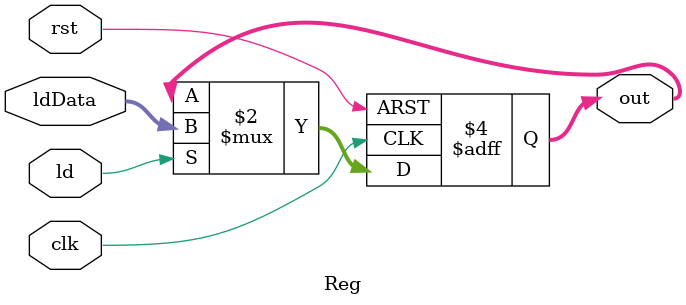
<source format=v>
module Reg #(
    parameter N = 16
)(
    input ld, clk, rst,
    input [N-1:0] ldData,
    output reg [N-1:0] out
);
    always @(posedge clk or posedge rst) begin
        if (rst) out <= {N{1'b0}};
        else if (ld) out <= ldData;
    end
endmodule

</source>
